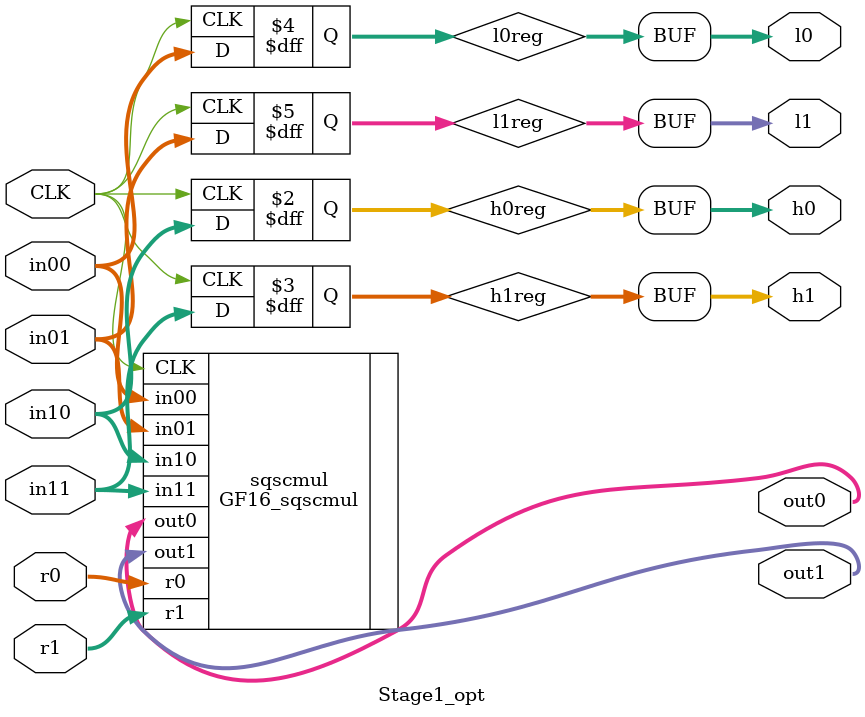
<source format=v>
module Stage1_opt (in00, in01, in10, in11, out0, out1, h0, h1, l0, l1, r0, r1, CLK);
  input [3:0] in00, in01, in10, in11; // in0 = in00 + in01, in1 = in10 + in11
  output [3:0] out0, out1, h0, h1, l0, l1;
  input [3:0] r0, r1; // fresh masks
  input CLK;

  GF16_sqscmul sqscmul (.in00(in00), .in01(in01), .in10(in10), .in11(in11),
             .out0(out0), .out1(out1), .r0(r0), .r1(r1), .CLK(CLK));

  // pipeline registers
  reg [3:0] h0reg, h1reg, l0reg, l1reg;
  always @(posedge CLK) begin
    h1reg <= in11; h0reg <= in10; l1reg <= in01; l0reg <= in00;
  end

  assign h1 = h1reg;
  assign h0 = h0reg;
  assign l1 = l1reg;
  assign l0 = l0reg;
endmodule // Stage1

</source>
